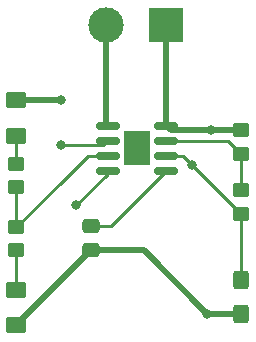
<source format=gbr>
%TF.GenerationSoftware,KiCad,Pcbnew,(6.0.10)*%
%TF.CreationDate,2023-02-16T14:37:26-08:00*%
%TF.ProjectId,lab4 task2,6c616234-2074-4617-936b-322e6b696361,rev?*%
%TF.SameCoordinates,Original*%
%TF.FileFunction,Copper,L1,Top*%
%TF.FilePolarity,Positive*%
%FSLAX46Y46*%
G04 Gerber Fmt 4.6, Leading zero omitted, Abs format (unit mm)*
G04 Created by KiCad (PCBNEW (6.0.10)) date 2023-02-16 14:37:26*
%MOMM*%
%LPD*%
G01*
G04 APERTURE LIST*
G04 Aperture macros list*
%AMRoundRect*
0 Rectangle with rounded corners*
0 $1 Rounding radius*
0 $2 $3 $4 $5 $6 $7 $8 $9 X,Y pos of 4 corners*
0 Add a 4 corners polygon primitive as box body*
4,1,4,$2,$3,$4,$5,$6,$7,$8,$9,$2,$3,0*
0 Add four circle primitives for the rounded corners*
1,1,$1+$1,$2,$3*
1,1,$1+$1,$4,$5*
1,1,$1+$1,$6,$7*
1,1,$1+$1,$8,$9*
0 Add four rect primitives between the rounded corners*
20,1,$1+$1,$2,$3,$4,$5,0*
20,1,$1+$1,$4,$5,$6,$7,0*
20,1,$1+$1,$6,$7,$8,$9,0*
20,1,$1+$1,$8,$9,$2,$3,0*%
G04 Aperture macros list end*
%TA.AperFunction,SMDPad,CuDef*%
%ADD10RoundRect,0.250000X-0.450000X0.350000X-0.450000X-0.350000X0.450000X-0.350000X0.450000X0.350000X0*%
%TD*%
%TA.AperFunction,ComponentPad*%
%ADD11R,3.000000X3.000000*%
%TD*%
%TA.AperFunction,ComponentPad*%
%ADD12C,3.000000*%
%TD*%
%TA.AperFunction,SMDPad,CuDef*%
%ADD13RoundRect,0.150000X-0.825000X-0.150000X0.825000X-0.150000X0.825000X0.150000X-0.825000X0.150000X0*%
%TD*%
%TA.AperFunction,SMDPad,CuDef*%
%ADD14R,2.290000X3.000000*%
%TD*%
%TA.AperFunction,SMDPad,CuDef*%
%ADD15RoundRect,0.250001X0.624999X-0.462499X0.624999X0.462499X-0.624999X0.462499X-0.624999X-0.462499X0*%
%TD*%
%TA.AperFunction,SMDPad,CuDef*%
%ADD16RoundRect,0.250000X-0.425000X0.537500X-0.425000X-0.537500X0.425000X-0.537500X0.425000X0.537500X0*%
%TD*%
%TA.AperFunction,SMDPad,CuDef*%
%ADD17RoundRect,0.250000X-0.475000X0.337500X-0.475000X-0.337500X0.475000X-0.337500X0.475000X0.337500X0*%
%TD*%
%TA.AperFunction,ViaPad*%
%ADD18C,0.800000*%
%TD*%
%TA.AperFunction,Conductor*%
%ADD19C,0.508000*%
%TD*%
%TA.AperFunction,Conductor*%
%ADD20C,0.254000*%
%TD*%
G04 APERTURE END LIST*
D10*
%TO.P,R1,1*%
%TO.N,+9V*%
X163830000Y-90170000D03*
%TO.P,R1,2*%
%TO.N,Net-(R1-Pad2)*%
X163830000Y-92170000D03*
%TD*%
%TO.P,R3,1*%
%TO.N,Net-(D1-Pad1)*%
X144780000Y-92980000D03*
%TO.P,R3,2*%
%TO.N,/pin_3*%
X144780000Y-94980000D03*
%TD*%
D11*
%TO.P,J1,1,Pin_1*%
%TO.N,+9V*%
X157480000Y-81280000D03*
D12*
%TO.P,J1,2,Pin_2*%
%TO.N,GND*%
X152400000Y-81280000D03*
%TD*%
D13*
%TO.P,U1,1,GND*%
%TO.N,GND*%
X152495000Y-89755000D03*
%TO.P,U1,2,TR*%
%TO.N,/pin_2*%
X152495000Y-91025000D03*
%TO.P,U1,3,Q*%
%TO.N,/pin_3*%
X152495000Y-92295000D03*
%TO.P,U1,4,R*%
%TO.N,+9V*%
X152495000Y-93565000D03*
%TO.P,U1,5,CV*%
%TO.N,Net-(C2-Pad1)*%
X157445000Y-93565000D03*
%TO.P,U1,6,THR*%
%TO.N,/pin_2*%
X157445000Y-92295000D03*
%TO.P,U1,7,DIS*%
%TO.N,Net-(R1-Pad2)*%
X157445000Y-91025000D03*
%TO.P,U1,8,VCC*%
%TO.N,+9V*%
X157445000Y-89755000D03*
D14*
%TO.P,U1,9*%
%TO.N,N/C*%
X154970000Y-91660000D03*
%TD*%
D15*
%TO.P,D1,1,K*%
%TO.N,Net-(D1-Pad1)*%
X144780000Y-90605000D03*
%TO.P,D1,2,A*%
%TO.N,+9V*%
X144780000Y-87630000D03*
%TD*%
D10*
%TO.P,R2,1*%
%TO.N,Net-(R1-Pad2)*%
X163830000Y-95250000D03*
%TO.P,R2,2*%
%TO.N,/pin_2*%
X163830000Y-97250000D03*
%TD*%
D16*
%TO.P,C1,1*%
%TO.N,/pin_2*%
X163830000Y-102870000D03*
%TO.P,C1,2*%
%TO.N,GND*%
X163830000Y-105745000D03*
%TD*%
D15*
%TO.P,D2,1,K*%
%TO.N,GND*%
X144780000Y-106680000D03*
%TO.P,D2,2,A*%
%TO.N,Net-(D2-Pad2)*%
X144780000Y-103705000D03*
%TD*%
D10*
%TO.P,R4,1*%
%TO.N,/pin_3*%
X144780000Y-98330000D03*
%TO.P,R4,2*%
%TO.N,Net-(D2-Pad2)*%
X144780000Y-100330000D03*
%TD*%
D17*
%TO.P,C2,1*%
%TO.N,Net-(C2-Pad1)*%
X151130000Y-98255000D03*
%TO.P,C2,2*%
%TO.N,GND*%
X151130000Y-100330000D03*
%TD*%
D18*
%TO.N,+9V*%
X161290000Y-90170000D03*
%TO.N,/pin_2*%
X148590000Y-91440000D03*
X159655000Y-93075000D03*
%TO.N,GND*%
X160955000Y-105745000D03*
%TO.N,+9V*%
X149860000Y-96520000D03*
X148590000Y-87630000D03*
%TD*%
D19*
%TO.N,GND*%
X152495000Y-89755000D02*
X152400000Y-89660000D01*
X152400000Y-89660000D02*
X152400000Y-81280000D01*
%TO.N,+9V*%
X157480000Y-89720000D02*
X157445000Y-89755000D01*
X157480000Y-81280000D02*
X157480000Y-89720000D01*
D20*
X152495000Y-93885000D02*
X149860000Y-96520000D01*
X152495000Y-93565000D02*
X152495000Y-93885000D01*
D19*
X161290000Y-90170000D02*
X163830000Y-90170000D01*
X157860000Y-90170000D02*
X157445000Y-89755000D01*
X161290000Y-90170000D02*
X157860000Y-90170000D01*
X148590000Y-87630000D02*
X144780000Y-87630000D01*
%TO.N,GND*%
X163830000Y-105745000D02*
X160955000Y-105745000D01*
X151130000Y-100330000D02*
X155540000Y-100330000D01*
X155540000Y-100330000D02*
X160955000Y-105745000D01*
X151130000Y-100330000D02*
X144780000Y-106680000D01*
D20*
%TO.N,/pin_2*%
X152080000Y-91440000D02*
X152495000Y-91025000D01*
X148590000Y-91440000D02*
X152080000Y-91440000D01*
X158875000Y-92295000D02*
X157445000Y-92295000D01*
X160925000Y-94345000D02*
X159655000Y-93075000D01*
X163830000Y-97250000D02*
X163830000Y-102870000D01*
X163830000Y-97250000D02*
X160925000Y-94345000D01*
X159655000Y-93075000D02*
X158875000Y-92295000D01*
%TO.N,Net-(C2-Pad1)*%
X151130000Y-98255000D02*
X152755000Y-98255000D01*
X152755000Y-98255000D02*
X157445000Y-93565000D01*
%TO.N,Net-(D1-Pad1)*%
X144780000Y-92980000D02*
X144780000Y-90605000D01*
%TO.N,Net-(D2-Pad2)*%
X144780000Y-100330000D02*
X144780000Y-103705000D01*
%TO.N,Net-(R1-Pad2)*%
X162685000Y-91025000D02*
X163830000Y-92170000D01*
X157445000Y-91025000D02*
X162685000Y-91025000D01*
X163830000Y-92170000D02*
X163830000Y-95250000D01*
%TO.N,/pin_3*%
X144780000Y-98330000D02*
X148860000Y-94250000D01*
X148860000Y-94250000D02*
X150815000Y-92295000D01*
X144780000Y-98330000D02*
X144780000Y-94980000D01*
X150815000Y-92295000D02*
X152495000Y-92295000D01*
%TD*%
M02*

</source>
